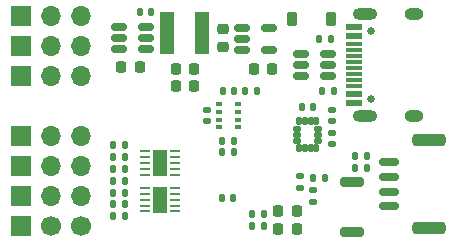
<source format=gbr>
%TF.GenerationSoftware,KiCad,Pcbnew,7.0.8*%
%TF.CreationDate,2023-10-14T12:30:27+02:00*%
%TF.ProjectId,RotorflightF7,526f746f-7266-46c6-9967-687446372e6b,rev?*%
%TF.SameCoordinates,Original*%
%TF.FileFunction,Soldermask,Top*%
%TF.FilePolarity,Negative*%
%FSLAX46Y46*%
G04 Gerber Fmt 4.6, Leading zero omitted, Abs format (unit mm)*
G04 Created by KiCad (PCBNEW 7.0.8) date 2023-10-14 12:30:27*
%MOMM*%
%LPD*%
G01*
G04 APERTURE LIST*
G04 Aperture macros list*
%AMRoundRect*
0 Rectangle with rounded corners*
0 $1 Rounding radius*
0 $2 $3 $4 $5 $6 $7 $8 $9 X,Y pos of 4 corners*
0 Add a 4 corners polygon primitive as box body*
4,1,4,$2,$3,$4,$5,$6,$7,$8,$9,$2,$3,0*
0 Add four circle primitives for the rounded corners*
1,1,$1+$1,$2,$3*
1,1,$1+$1,$4,$5*
1,1,$1+$1,$6,$7*
1,1,$1+$1,$8,$9*
0 Add four rect primitives between the rounded corners*
20,1,$1+$1,$2,$3,$4,$5,0*
20,1,$1+$1,$4,$5,$6,$7,0*
20,1,$1+$1,$6,$7,$8,$9,0*
20,1,$1+$1,$8,$9,$2,$3,0*%
G04 Aperture macros list end*
%ADD10RoundRect,0.150000X-0.700000X0.150000X-0.700000X-0.150000X0.700000X-0.150000X0.700000X0.150000X0*%
%ADD11RoundRect,0.250000X-1.150000X0.250000X-1.150000X-0.250000X1.150000X-0.250000X1.150000X0.250000X0*%
%ADD12RoundRect,0.140000X0.170000X-0.140000X0.170000X0.140000X-0.170000X0.140000X-0.170000X-0.140000X0*%
%ADD13RoundRect,0.225000X-0.225000X-0.375000X0.225000X-0.375000X0.225000X0.375000X-0.225000X0.375000X0*%
%ADD14RoundRect,0.150000X-0.512500X-0.150000X0.512500X-0.150000X0.512500X0.150000X-0.512500X0.150000X0*%
%ADD15RoundRect,0.135000X0.135000X0.185000X-0.135000X0.185000X-0.135000X-0.185000X0.135000X-0.185000X0*%
%ADD16RoundRect,0.218750X0.218750X0.256250X-0.218750X0.256250X-0.218750X-0.256250X0.218750X-0.256250X0*%
%ADD17RoundRect,0.062500X0.337500X0.062500X-0.337500X0.062500X-0.337500X-0.062500X0.337500X-0.062500X0*%
%ADD18R,1.300000X2.200000*%
%ADD19RoundRect,0.140000X-0.140000X-0.170000X0.140000X-0.170000X0.140000X0.170000X-0.140000X0.170000X0*%
%ADD20RoundRect,0.135000X-0.135000X-0.185000X0.135000X-0.185000X0.135000X0.185000X-0.135000X0.185000X0*%
%ADD21RoundRect,0.225000X-0.225000X-0.250000X0.225000X-0.250000X0.225000X0.250000X-0.225000X0.250000X0*%
%ADD22RoundRect,0.140000X0.140000X0.170000X-0.140000X0.170000X-0.140000X-0.170000X0.140000X-0.170000X0*%
%ADD23R,1.150000X3.600000*%
%ADD24R,0.500000X0.350000*%
%ADD25RoundRect,0.102000X0.125000X-0.237500X0.125000X0.237500X-0.125000X0.237500X-0.125000X-0.237500X0*%
%ADD26RoundRect,0.102000X0.237500X0.125000X-0.237500X0.125000X-0.237500X-0.125000X0.237500X-0.125000X0*%
%ADD27C,1.700000*%
%ADD28O,1.700000X1.700000*%
%ADD29R,1.700000X1.700000*%
%ADD30RoundRect,0.150000X0.512500X0.150000X-0.512500X0.150000X-0.512500X-0.150000X0.512500X-0.150000X0*%
%ADD31RoundRect,0.200000X0.800000X-0.200000X0.800000X0.200000X-0.800000X0.200000X-0.800000X-0.200000X0*%
%ADD32RoundRect,0.225000X0.225000X0.250000X-0.225000X0.250000X-0.225000X-0.250000X0.225000X-0.250000X0*%
%ADD33RoundRect,0.140000X-0.170000X0.140000X-0.170000X-0.140000X0.170000X-0.140000X0.170000X0.140000X0*%
%ADD34RoundRect,0.225000X-0.250000X0.225000X-0.250000X-0.225000X0.250000X-0.225000X0.250000X0.225000X0*%
%ADD35C,0.650000*%
%ADD36R,1.450000X0.600000*%
%ADD37R,1.450000X0.300000*%
%ADD38O,2.100000X1.000000*%
%ADD39O,1.600000X1.000000*%
G04 APERTURE END LIST*
D10*
%TO.C,J3*%
X131090000Y-52155000D03*
X131090000Y-53405000D03*
X131090000Y-54655000D03*
X131090000Y-55905000D03*
D11*
X134440000Y-50305000D03*
X134440000Y-57755000D03*
%TD*%
D12*
%TO.C,C18*%
X124690000Y-55510000D03*
X124690000Y-54550000D03*
%TD*%
%TO.C,C14*%
X126290000Y-48710000D03*
X126290000Y-47750000D03*
%TD*%
D13*
%TO.C,D1*%
X122840000Y-40030000D03*
X126140000Y-40030000D03*
%TD*%
D14*
%TO.C,U5*%
X118652500Y-40780000D03*
X118652500Y-41730000D03*
X118652500Y-42680000D03*
X120927500Y-42680000D03*
X120927500Y-40780000D03*
%TD*%
D15*
%TO.C,R9*%
X126400000Y-46130000D03*
X125380000Y-46130000D03*
%TD*%
D16*
%TO.C,D3*%
X123277500Y-56310000D03*
X121702500Y-56310000D03*
%TD*%
D17*
%TO.C,U3*%
X112965000Y-56330000D03*
X112965000Y-55830000D03*
X112965000Y-55330000D03*
X112965000Y-54830000D03*
X112965000Y-54330000D03*
X110415000Y-54330000D03*
X110415000Y-54830000D03*
X110415000Y-55330000D03*
X110415000Y-55830000D03*
X110415000Y-56330000D03*
D18*
X111690000Y-55330000D03*
%TD*%
D19*
%TO.C,C12*%
X117010000Y-46130000D03*
X117970000Y-46130000D03*
%TD*%
D20*
%TO.C,R14*%
X116980000Y-50330000D03*
X118000000Y-50330000D03*
%TD*%
D16*
%TO.C,D2*%
X123277500Y-57830000D03*
X121702500Y-57830000D03*
%TD*%
D15*
%TO.C,R1*%
X108700000Y-56730000D03*
X107680000Y-56730000D03*
%TD*%
D21*
%TO.C,C1*%
X108415000Y-44130000D03*
X109965000Y-44130000D03*
%TD*%
D15*
%TO.C,R10*%
X125700000Y-53530000D03*
X124680000Y-53530000D03*
%TD*%
D14*
%TO.C,U2*%
X108252500Y-40680000D03*
X108252500Y-41630000D03*
X108252500Y-42580000D03*
X110527500Y-42580000D03*
X110527500Y-41630000D03*
X110527500Y-40680000D03*
%TD*%
D22*
%TO.C,C2*%
X110970000Y-39430000D03*
X110010000Y-39430000D03*
%TD*%
D20*
%TO.C,R19*%
X119480000Y-56580000D03*
X120500000Y-56580000D03*
%TD*%
D15*
%TO.C,R6*%
X108700000Y-51730000D03*
X107680000Y-51730000D03*
%TD*%
D23*
%TO.C,L1*%
X112315000Y-41230000D03*
X115265000Y-41230000D03*
%TD*%
D20*
%TO.C,R17*%
X128180000Y-52630000D03*
X129200000Y-52630000D03*
%TD*%
%TO.C,R16*%
X128180000Y-51630000D03*
X129200000Y-51630000D03*
%TD*%
D15*
%TO.C,R7*%
X108700000Y-50730000D03*
X107680000Y-50730000D03*
%TD*%
D22*
%TO.C,C16*%
X124670000Y-47530000D03*
X123710000Y-47530000D03*
%TD*%
D24*
%TO.C,U8*%
X118290000Y-47255000D03*
X118290000Y-47905000D03*
X118290000Y-48555000D03*
X118290000Y-49205000D03*
X116690000Y-49205000D03*
X116690000Y-48555000D03*
X116690000Y-47905000D03*
X116690000Y-47255000D03*
%TD*%
D15*
%TO.C,R2*%
X108700000Y-55730000D03*
X107680000Y-55730000D03*
%TD*%
D25*
%TO.C,U7*%
X123440000Y-50992500D03*
X123940000Y-50992500D03*
X124440000Y-50992500D03*
X124940000Y-50992500D03*
D26*
X125102500Y-50330000D03*
X125102500Y-49830000D03*
X125102500Y-49330000D03*
D25*
X124940000Y-48667500D03*
X124440000Y-48667500D03*
X123940000Y-48667500D03*
X123440000Y-48667500D03*
D26*
X123277500Y-49330000D03*
X123277500Y-49830000D03*
X123277500Y-50330000D03*
%TD*%
D17*
%TO.C,U1*%
X112965000Y-53230000D03*
X112965000Y-52730000D03*
X112965000Y-52230000D03*
X112965000Y-51730000D03*
X112965000Y-51230000D03*
X110415000Y-51230000D03*
X110415000Y-51730000D03*
X110415000Y-52230000D03*
X110415000Y-52730000D03*
X110415000Y-53230000D03*
D18*
X111690000Y-52230000D03*
%TD*%
D27*
%TO.C,J2*%
X105000000Y-57550000D03*
D28*
X105000000Y-55010000D03*
X105000000Y-52470000D03*
X105000000Y-49930000D03*
X105000000Y-44850000D03*
X105000000Y-42310000D03*
X105000000Y-39770000D03*
D27*
X102460000Y-57550000D03*
D28*
X102460000Y-55010000D03*
X102460000Y-52470000D03*
X102460000Y-49930000D03*
X102460000Y-44850000D03*
X102460000Y-42310000D03*
X102460000Y-39770000D03*
D29*
X99920000Y-57550000D03*
X99920000Y-55010000D03*
X99920000Y-52470000D03*
X99920000Y-49930000D03*
X99920000Y-44850000D03*
X99920000Y-42310000D03*
X99920000Y-39770000D03*
%TD*%
D30*
%TO.C,U4*%
X125927500Y-44880000D03*
X125927500Y-43930000D03*
X125927500Y-42980000D03*
X123652500Y-42980000D03*
X123652500Y-43930000D03*
X123652500Y-44880000D03*
%TD*%
D15*
%TO.C,R8*%
X126200000Y-41730000D03*
X125180000Y-41730000D03*
%TD*%
D31*
%TO.C,SW1*%
X127990000Y-58030000D03*
X127990000Y-53830000D03*
%TD*%
D12*
%TO.C,C15*%
X115690000Y-48710000D03*
X115690000Y-47750000D03*
%TD*%
D32*
%TO.C,C9*%
X121165000Y-44230000D03*
X119615000Y-44230000D03*
%TD*%
D33*
%TO.C,C8*%
X123590000Y-53350000D03*
X123590000Y-54310000D03*
%TD*%
D20*
%TO.C,R11*%
X118880000Y-46130000D03*
X119900000Y-46130000D03*
%TD*%
D19*
%TO.C,C17*%
X116910000Y-55230000D03*
X117870000Y-55230000D03*
%TD*%
D32*
%TO.C,C4*%
X114565000Y-44230000D03*
X113015000Y-44230000D03*
%TD*%
%TO.C,C3*%
X114565000Y-45730000D03*
X113015000Y-45730000D03*
%TD*%
D15*
%TO.C,R5*%
X108700000Y-52730000D03*
X107680000Y-52730000D03*
%TD*%
%TO.C,R3*%
X108700000Y-54730000D03*
X107680000Y-54730000D03*
%TD*%
D20*
%TO.C,R18*%
X119480000Y-57580000D03*
X120500000Y-57580000D03*
%TD*%
%TO.C,R15*%
X116980000Y-51330000D03*
X118000000Y-51330000D03*
%TD*%
D15*
%TO.C,R4*%
X108700000Y-53730000D03*
X107680000Y-53730000D03*
%TD*%
D34*
%TO.C,C5*%
X116990000Y-40855000D03*
X116990000Y-42405000D03*
%TD*%
D12*
%TO.C,C13*%
X126290000Y-50610000D03*
X126290000Y-49650000D03*
%TD*%
D35*
%TO.C,J1*%
X129550000Y-46820000D03*
X129550000Y-41040000D03*
D36*
X128105000Y-47180000D03*
X128105000Y-46380000D03*
D37*
X128105000Y-45180000D03*
X128105000Y-44180000D03*
X128105000Y-43680000D03*
X128105000Y-42680000D03*
D36*
X128105000Y-41480000D03*
X128105000Y-40680000D03*
X128105000Y-40680000D03*
X128105000Y-41480000D03*
D37*
X128105000Y-42180000D03*
X128105000Y-43180000D03*
X128105000Y-44680000D03*
X128105000Y-45680000D03*
D36*
X128105000Y-46380000D03*
X128105000Y-47180000D03*
D38*
X129020000Y-48250000D03*
D39*
X133200000Y-48250000D03*
D38*
X129020000Y-39610000D03*
D39*
X133200000Y-39610000D03*
%TD*%
M02*

</source>
